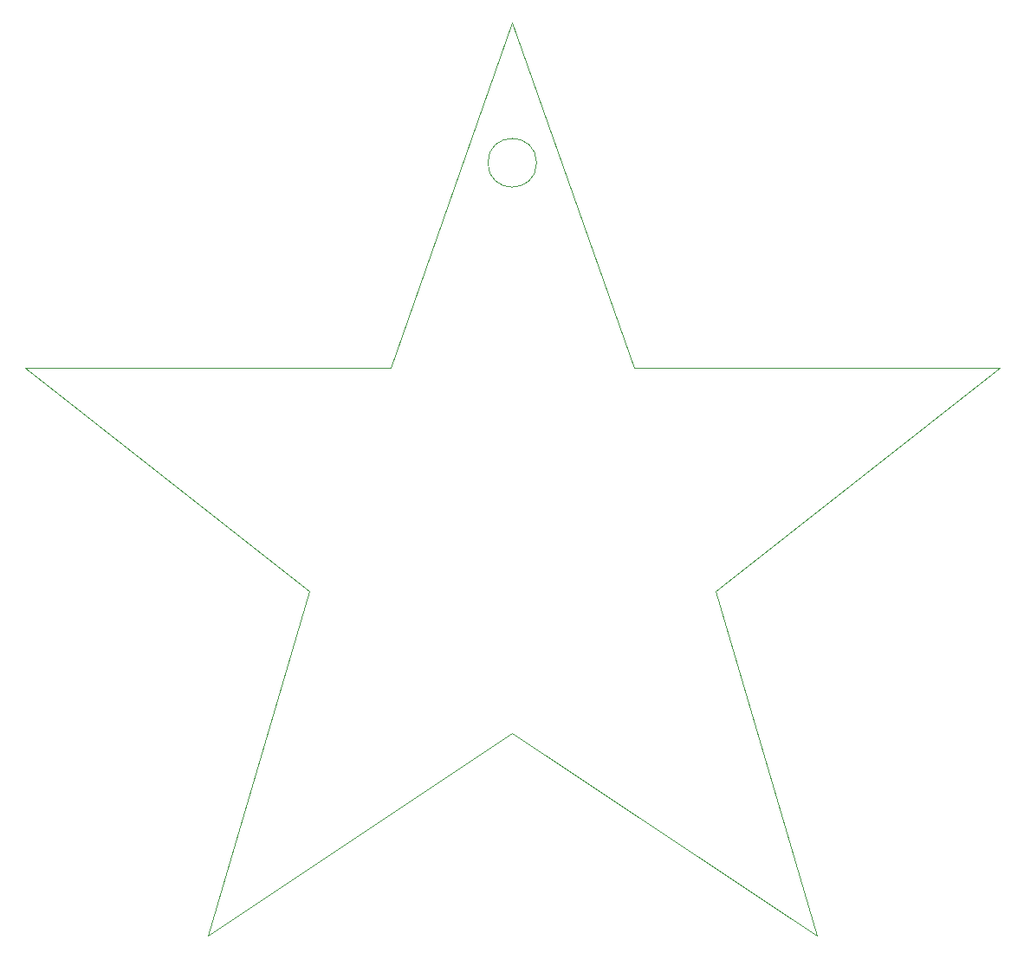
<source format=gbr>
%TF.GenerationSoftware,KiCad,Pcbnew,8.0.8*%
%TF.CreationDate,2025-06-30T13:56:03-06:00*%
%TF.ProjectId,SolderNunu,536f6c64-6572-44e7-956e-752e6b696361,rev?*%
%TF.SameCoordinates,Original*%
%TF.FileFunction,Profile,NP*%
%FSLAX46Y46*%
G04 Gerber Fmt 4.6, Leading zero omitted, Abs format (unit mm)*
G04 Created by KiCad (PCBNEW 8.0.8) date 2025-06-30 13:56:03*
%MOMM*%
%LPD*%
G01*
G04 APERTURE LIST*
%TA.AperFunction,Profile*%
%ADD10C,0.050000*%
%TD*%
%TA.AperFunction,Profile*%
%ADD11C,0.100000*%
%TD*%
G04 APERTURE END LIST*
D10*
X138112500Y-47625000D02*
G75*
G02*
X133350000Y-47625000I-2381250J0D01*
G01*
X133350000Y-47625000D02*
G75*
G02*
X138112500Y-47625000I2381250J0D01*
G01*
D11*
X147637498Y-67667190D02*
X183356248Y-67667190D01*
X155575000Y-89495313D01*
X165496873Y-123229686D01*
X135731248Y-103385940D01*
X105965626Y-123229686D01*
X115887502Y-89495313D01*
X88106252Y-67667190D01*
X123825001Y-67667190D01*
X135731248Y-33932815D01*
X147637498Y-67667190D01*
M02*

</source>
